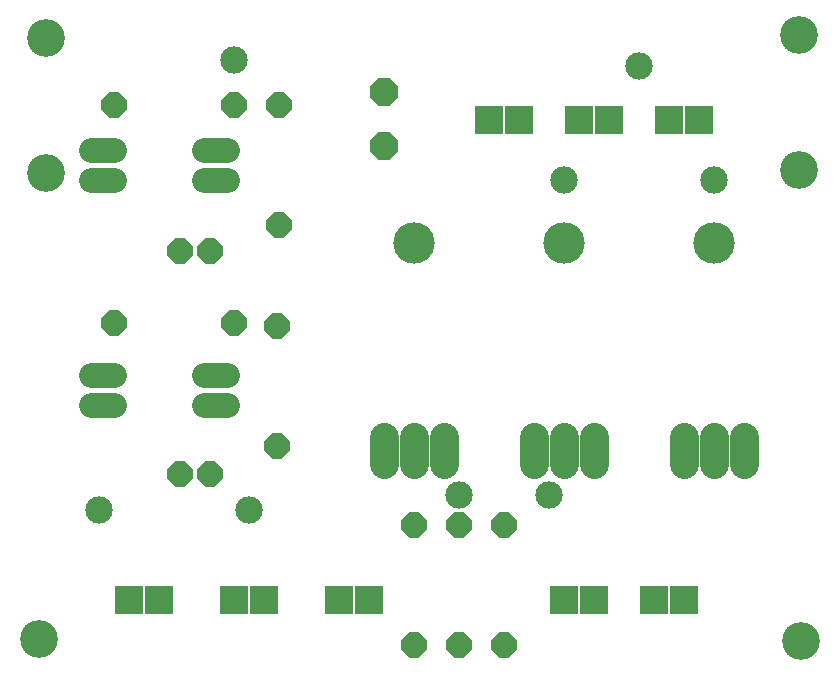
<source format=gbr>
G04 EAGLE Gerber RS-274X export*
G75*
%MOMM*%
%FSLAX34Y34*%
%LPD*%
%INSoldermask Bottom*%
%IPPOS*%
%AMOC8*
5,1,8,0,0,1.08239X$1,22.5*%
G01*
%ADD10C,3.203200*%
%ADD11P,2.309387X8X202.500000*%
%ADD12C,2.133600*%
%ADD13C,2.438400*%
%ADD14C,3.505200*%
%ADD15P,2.309387X8X22.500000*%
%ADD16P,2.309387X8X112.500000*%
%ADD17P,2.309387X8X292.500000*%
%ADD18P,2.529329X8X112.500000*%
%ADD19R,2.336800X2.336800*%
%ADD20C,2.320800*%


D10*
X31750Y438150D03*
X669290Y440690D03*
X25400Y43180D03*
X670560Y41910D03*
X31750Y552450D03*
X669290Y554990D03*
D11*
X170180Y372110D03*
X144780Y372110D03*
X170180Y182880D03*
X144780Y182880D03*
D12*
X88900Y457200D02*
X69596Y457200D01*
X69596Y431800D02*
X88900Y431800D01*
X165100Y431800D02*
X184404Y431800D01*
X184404Y457200D02*
X165100Y457200D01*
X88900Y266700D02*
X69596Y266700D01*
X69596Y241300D02*
X88900Y241300D01*
X165100Y241300D02*
X184404Y241300D01*
X184404Y266700D02*
X165100Y266700D01*
D13*
X444500Y214376D02*
X444500Y192024D01*
X469900Y192024D02*
X469900Y214376D01*
X495300Y214376D02*
X495300Y192024D01*
D14*
X469900Y378460D03*
D13*
X571500Y214376D02*
X571500Y192024D01*
X596900Y192024D02*
X596900Y214376D01*
X622300Y214376D02*
X622300Y192024D01*
D14*
X596900Y378460D03*
D13*
X317500Y214376D02*
X317500Y192024D01*
X342900Y192024D02*
X342900Y214376D01*
X368300Y214376D02*
X368300Y192024D01*
D14*
X342900Y378460D03*
D15*
X88900Y495300D03*
X190500Y495300D03*
D16*
X419100Y38100D03*
X419100Y139700D03*
X381000Y38100D03*
X381000Y139700D03*
X342900Y38100D03*
X342900Y139700D03*
D17*
X228600Y495300D03*
X228600Y393700D03*
D15*
X88900Y311150D03*
X190500Y311150D03*
D17*
X227330Y308610D03*
X227330Y207010D03*
D18*
X317500Y461010D03*
X317500Y506730D03*
D19*
X101600Y76200D03*
X127000Y76200D03*
X469900Y76200D03*
X495300Y76200D03*
X279400Y76200D03*
X304800Y76200D03*
X190500Y76200D03*
X215900Y76200D03*
X546100Y76200D03*
X571500Y76200D03*
X558800Y482600D03*
X584200Y482600D03*
X406400Y482600D03*
X431800Y482600D03*
X482600Y482600D03*
X508000Y482600D03*
D20*
X622300Y190500D03*
X381000Y165100D03*
X457200Y165100D03*
X76200Y152400D03*
X203200Y152400D03*
X190500Y533400D03*
X533400Y528560D03*
X469900Y431800D03*
X596900Y431800D03*
M02*

</source>
